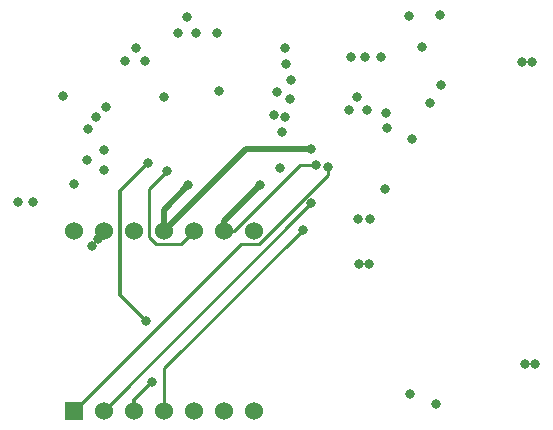
<source format=gbr>
%TF.GenerationSoftware,KiCad,Pcbnew,7.0.8*%
%TF.CreationDate,2024-08-03T17:37:37-04:00*%
%TF.ProjectId,wsg1.0,77736731-2e30-42e6-9b69-6361645f7063,rev?*%
%TF.SameCoordinates,Original*%
%TF.FileFunction,Copper,L3,Inr*%
%TF.FilePolarity,Positive*%
%FSLAX46Y46*%
G04 Gerber Fmt 4.6, Leading zero omitted, Abs format (unit mm)*
G04 Created by KiCad (PCBNEW 7.0.8) date 2024-08-03 17:37:37*
%MOMM*%
%LPD*%
G01*
G04 APERTURE LIST*
%TA.AperFunction,ComponentPad*%
%ADD10R,1.530000X1.530000*%
%TD*%
%TA.AperFunction,ComponentPad*%
%ADD11C,1.530000*%
%TD*%
%TA.AperFunction,ViaPad*%
%ADD12C,0.800000*%
%TD*%
%TA.AperFunction,Conductor*%
%ADD13C,0.250000*%
%TD*%
%TA.AperFunction,Conductor*%
%ADD14C,0.500000*%
%TD*%
%TA.AperFunction,Conductor*%
%ADD15C,0.350000*%
%TD*%
G04 APERTURE END LIST*
D10*
%TO.N,CS-DAC*%
%TO.C,U2*%
X96680000Y-135427500D03*
D11*
%TO.N,DacLoad*%
X99220000Y-135427500D03*
%TO.N,Ready*%
X101760000Y-135427500D03*
%TO.N,CS-ADC*%
X104300000Y-135427500D03*
%TO.N,3v3*%
X106840000Y-135427500D03*
X109380000Y-135427500D03*
X111920000Y-135427500D03*
X111920000Y-120187500D03*
%TO.N,SClk*%
X109380000Y-120187500D03*
%TO.N,MISO*%
X106840000Y-120187500D03*
%TO.N,MOSI*%
X104300000Y-120187500D03*
%TO.N,3v3*%
X101760000Y-120187500D03*
%TO.N,GND1*%
X99220000Y-120187500D03*
%TO.N,Net-(D8-K)*%
X96680000Y-120187500D03*
%TD*%
D12*
%TO.N,GND*%
X99405000Y-109730000D03*
X98550000Y-110550000D03*
X134630000Y-105885000D03*
X126180000Y-104590000D03*
X97920000Y-111560000D03*
X114540000Y-104680000D03*
X125070000Y-102035000D03*
X126870000Y-109370000D03*
X121740000Y-119185000D03*
X115010000Y-109045000D03*
X114326274Y-111862581D03*
X134870000Y-131510000D03*
X104330000Y-108840000D03*
X93220000Y-117740000D03*
X123157500Y-110225000D03*
X109010000Y-108320000D03*
X127700000Y-101935000D03*
X113610000Y-110395000D03*
X114630000Y-106050000D03*
X91950000Y-117760000D03*
X135490000Y-105885000D03*
X127340000Y-134875000D03*
X120770000Y-119155000D03*
X108795000Y-103465000D03*
X135720000Y-131480000D03*
X127740000Y-107810000D03*
X123167500Y-111475000D03*
X113850000Y-108475000D03*
%TO.N,5.5V*%
X120810000Y-122965000D03*
X115090000Y-107460000D03*
X121300000Y-105470000D03*
X125317500Y-112455000D03*
X96710000Y-116202500D03*
X120130000Y-105460000D03*
X121690000Y-122975000D03*
X125160000Y-133980000D03*
X95800000Y-108780000D03*
X122720000Y-105460000D03*
%TO.N,GND1*%
X97840000Y-114240000D03*
X105500000Y-103465000D03*
X99200000Y-115010000D03*
X123040000Y-116680000D03*
X114594021Y-110570236D03*
X101980000Y-104720000D03*
X98770000Y-120870000D03*
X106310000Y-102120000D03*
X121537500Y-109985000D03*
X120637500Y-108845000D03*
X102750000Y-105840000D03*
X101040000Y-105830000D03*
X107070000Y-103455000D03*
X119947500Y-109985000D03*
X98210000Y-121460000D03*
X99200000Y-113360000D03*
%TO.N,CS-DAC*%
X118173530Y-114795387D03*
%TO.N,SClk*%
X112430000Y-116325000D03*
X117190565Y-114614319D03*
%TO.N,MOSI*%
X106380000Y-116325000D03*
X116784400Y-113265600D03*
%TO.N,DacLoad*%
X116784818Y-117881972D03*
%TO.N,Ready*%
X102770000Y-127800000D03*
X103310000Y-132990000D03*
X102940000Y-114485000D03*
%TO.N,MISO*%
X104540000Y-115140000D03*
%TO.N,CS-ADC*%
X114100000Y-114890000D03*
X116050000Y-120100000D03*
%TD*%
D13*
%TO.N,CS-DAC*%
X110830000Y-121277500D02*
X112364692Y-121277500D01*
X112364692Y-121277500D02*
X118173530Y-115468662D01*
X96680000Y-135427500D02*
X110830000Y-121277500D01*
X118173530Y-115468662D02*
X118173530Y-114795387D01*
%TO.N,SClk*%
X110262500Y-120187500D02*
X109380000Y-120187500D01*
X117190565Y-114614319D02*
X115835681Y-114614319D01*
D14*
X109380000Y-120187500D02*
X109380000Y-119375000D01*
X109380000Y-119375000D02*
X112430000Y-116325000D01*
D13*
X115835681Y-114614319D02*
X110262500Y-120187500D01*
D14*
%TO.N,MOSI*%
X104300000Y-120187500D02*
X104300000Y-118405000D01*
X104300000Y-118405000D02*
X106380000Y-116325000D01*
X111221900Y-113265600D02*
X116784400Y-113265600D01*
X104300000Y-120187500D02*
X111221900Y-113265600D01*
D13*
%TO.N,DacLoad*%
X99220000Y-135427500D02*
X116765528Y-117881972D01*
X116765528Y-117881972D02*
X116784818Y-117881972D01*
D15*
%TO.N,Ready*%
X101760000Y-134540000D02*
X103310000Y-132990000D01*
X100620000Y-116805000D02*
X102940000Y-114485000D01*
X102770000Y-127800000D02*
X100620000Y-125650000D01*
X101760000Y-135427500D02*
X101760000Y-134540000D01*
X100620000Y-125650000D02*
X100620000Y-116805000D01*
D13*
%TO.N,MISO*%
X103607500Y-121277500D02*
X103050000Y-120720000D01*
X106840000Y-120187500D02*
X105750000Y-121277500D01*
X105750000Y-121277500D02*
X103607500Y-121277500D01*
X103050000Y-120720000D02*
X103050000Y-116630000D01*
X103050000Y-116630000D02*
X104540000Y-115140000D01*
%TO.N,CS-ADC*%
X104300000Y-135427500D02*
X104300000Y-131850000D01*
X104300000Y-131850000D02*
X116050000Y-120100000D01*
%TD*%
M02*

</source>
